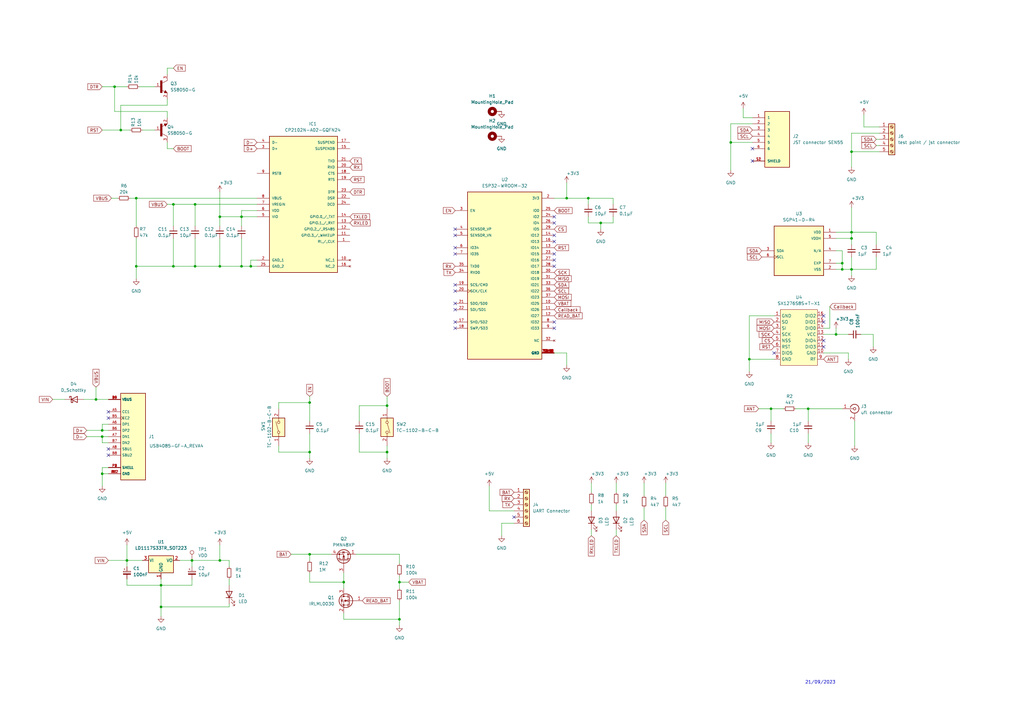
<source format=kicad_sch>
(kicad_sch (version 20230121) (generator eeschema)
  (paper "A3")
  (lib_symbols
    (symbol "Connector:Conn_Coaxial" (pin_names (offset 1.016) hide)
      (property "Reference" "J" (at 0.254 3.048 0))
      (property "Value" "Conn_Coaxial" (at 2.921 0 90))
      (symbol "Conn_Coaxial_1_1"
        (pin passive line (at -5.08 0 0) (length 2.54) (name "In") (number "1"))
        (pin passive line (at 0 -5.08 90) (length 2.54) (name "Ext") (number "2"))
      )
    )
    (symbol "Connector:Screw_Terminal_01x05" (pin_names (offset 1.016) hide)
      (property "Reference" "J" (at 0 7.62 0))
      (property "Value" "Screw_Terminal_01x05" (at 0 -7.62 0))
      (symbol "Screw_Terminal_01x05_1_1"
        (pin passive line (at -5.08 5.08 0) (length 3.81) (name "Pin_1") (number "1"))
        (pin passive line (at -5.08 2.54 0) (length 3.81) (name "Pin_2") (number "2"))
        (pin passive line (at -5.08 0 0) (length 3.81) (name "Pin_3") (number "3"))
        (pin passive line (at -5.08 -2.54 0) (length 3.81) (name "Pin_4") (number "4"))
        (pin passive line (at -5.08 -5.08 0) (length 3.81) (name "Pin_5") (number "5"))
      )
    )
    (symbol "Connector:Screw_Terminal_01x06" (pin_names (offset 1.016) hide)
      (property "Reference" "J" (at 0 7.62 0))
      (property "Value" "Screw_Terminal_01x06" (at 0 -10.16 0))
      (symbol "Screw_Terminal_01x06_1_1"
        (pin passive line (at -5.08 5.08 0) (length 3.81) (name "Pin_1") (number "1"))
        (pin passive line (at -5.08 2.54 0) (length 3.81) (name "Pin_2") (number "2"))
        (pin passive line (at -5.08 0 0) (length 3.81) (name "Pin_3") (number "3"))
        (pin passive line (at -5.08 -2.54 0) (length 3.81) (name "Pin_4") (number "4"))
        (pin passive line (at -5.08 -5.08 0) (length 3.81) (name "Pin_5") (number "5"))
        (pin passive line (at -5.08 -7.62 0) (length 3.81) (name "Pin_6") (number "6"))
      )
    )
    (symbol "Connector:TestPoint" (pin_numbers hide) (pin_names (offset 0.762) hide)
      (property "Reference" "TP" (at 0 6.858 0))
      (property "Value" "TestPoint" (at 0 5.08 0))
      (symbol "TestPoint_1_1"
        (pin passive line (at 0 0 90) (length 2.54) (name "1") (number "1"))
      )
    )
    (symbol "Device:C_Polarized_Small" (pin_numbers hide) (pin_names (offset 0.254) hide)
      (property "Reference" "C" (at 0.254 1.778 0))
      (property "Value" "C_Polarized_Small" (at 0.254 -2.032 0))
      (symbol "C_Polarized_Small_1_1"
        (pin passive line (at 0 2.54 270) (length 1.8542) (name "~") (number "1"))
        (pin passive line (at 0 -2.54 90) (length 1.8542) (name "~") (number "2"))
      )
    )
    (symbol "Device:C_Small" (pin_numbers hide) (pin_names (offset 0.254) hide)
      (property "Reference" "C" (at 0.254 1.778 0))
      (property "Value" "C_Small" (at 0.254 -2.032 0))
      (symbol "C_Small_1_1"
        (pin passive line (at 0 2.54 270) (length 2.032) (name "~") (number "1"))
        (pin passive line (at 0 -2.54 90) (length 2.032) (name "~") (number "2"))
      )
    )
    (symbol "Device:D_Schottky" (pin_numbers hide) (pin_names (offset 1.016) hide)
      (property "Reference" "D" (at 0 2.54 0))
      (property "Value" "D_Schottky" (at 0 -2.54 0))
      (symbol "D_Schottky_1_1"
        (pin passive line (at -3.81 0 0) (length 2.54) (name "K") (number "1"))
        (pin passive line (at 3.81 0 180) (length 2.54) (name "A") (number "2"))
      )
    )
    (symbol "Device:LED" (pin_numbers hide) (pin_names (offset 1.016) hide)
      (property "Reference" "D" (at 0 2.54 0))
      (property "Value" "LED" (at 0 -2.54 0))
      (symbol "LED_1_1"
        (pin passive line (at -3.81 0 0) (length 2.54) (name "K") (number "1"))
        (pin passive line (at 3.81 0 180) (length 2.54) (name "A") (number "2"))
      )
    )
    (symbol "Device:R_Small" (pin_numbers hide) (pin_names (offset 0.254) hide)
      (property "Reference" "R" (at 0.762 0.508 0))
      (property "Value" "R_Small" (at 0.762 -1.016 0))
      (symbol "R_Small_1_1"
        (pin passive line (at 0 2.54 270) (length 0.762) (name "~") (number "1"))
        (pin passive line (at 0 -2.54 90) (length 0.762) (name "~") (number "2"))
      )
    )
    (symbol "ESP32-aqs:BM06B-GHS-TBT_LF__SN__N_" (pin_names (offset 1.016))
      (property "Reference" "J" (at -5.08 10.16 0))
      (property "Value" "BM06B-GHS-TBT_LF__SN__N_" (at -5.08 -15.24 0))
      (symbol "BM06B-GHS-TBT_LF__SN__N__0_0"
        (pin passive line (at -10.16 7.62 0) (length 5.08) (name "1") (number "1"))
        (pin passive line (at -10.16 5.08 0) (length 5.08) (name "2") (number "2"))
        (pin passive line (at -10.16 2.54 0) (length 5.08) (name "3") (number "3"))
        (pin passive line (at -10.16 0 0) (length 5.08) (name "4") (number "4"))
        (pin passive line (at -10.16 -2.54 0) (length 5.08) (name "5") (number "5"))
        (pin passive line (at -10.16 -5.08 0) (length 5.08) (name "6") (number "6"))
        (pin passive line (at -10.16 -10.16 0) (length 5.08) (name "SHIELD") (number "S1"))
        (pin passive line (at -10.16 -10.16 0) (length 5.08) (name "SHIELD") (number "S2"))
      )
    )
    (symbol "ESP32-aqs:CP2102N-A02-GQFN24" (pin_names (offset 1.016))
      (property "Reference" "IC1" (at 0 30.48 0))
      (property "Value" "CP2102N-A02-GQFN24" (at 0 27.94 0))
      (symbol "CP2102N-A02-GQFN24_0_0"
        (pin bidirectional line (at 15.24 -17.78 180) (length 5.08) (name "RI_/_CLK") (number "1"))
        (pin no_connect line (at 15.24 -25.4 180) (length 5.08) (name "NC_1") (number "10"))
        (pin bidirectional line (at 15.24 -15.24 180) (length 5.08) (name "GPIO.3_/_WAKEUP") (number "11"))
        (pin bidirectional line (at 15.24 -12.7 180) (length 5.08) (name "GPIO.2_/_RS485") (number "12"))
        (pin bidirectional line (at 15.24 -10.16 180) (length 5.08) (name "GPIO.1_/_RXT") (number "13"))
        (pin bidirectional line (at 15.24 -7.62 180) (length 5.08) (name "GPIO.0_/_TXT") (number "14"))
        (pin output line (at 15.24 20.32 180) (length 5.08) (name "SUSPENDB") (number "15"))
        (pin no_connect line (at 15.24 -27.94 180) (length 5.08) (name "NC_2") (number "16"))
        (pin output line (at 15.24 22.86 180) (length 5.08) (name "SUSPEND") (number "17"))
        (pin bidirectional line (at 15.24 10.16 180) (length 5.08) (name "CTS") (number "18"))
        (pin output line (at 15.24 7.62 180) (length 5.08) (name "RTS") (number "19"))
        (pin power_in line (at -22.86 -25.4 0) (length 5.08) (name "GND_1") (number "2"))
        (pin input line (at 15.24 12.7 180) (length 5.08) (name "RXD") (number "20"))
        (pin output line (at 15.24 15.24 180) (length 5.08) (name "TXD") (number "21"))
        (pin bidirectional line (at 15.24 0 180) (length 5.08) (name "DSR") (number "22"))
        (pin bidirectional line (at 15.24 2.54 180) (length 5.08) (name "DTR") (number "23"))
        (pin bidirectional line (at 15.24 -2.54 180) (length 5.08) (name "DCD") (number "24"))
        (pin power_in line (at -22.86 -27.94 0) (length 5.08) (name "GND_2") (number "25"))
        (pin bidirectional line (at -22.86 20.32 0) (length 5.08) (name "D+") (number "3"))
        (pin bidirectional line (at -22.86 22.86 0) (length 5.08) (name "D-") (number "4"))
        (pin power_in line (at -22.86 -7.62 0) (length 5.08) (name "VIO") (number "5"))
        (pin power_in line (at -22.86 -5.08 0) (length 5.08) (name "VDD") (number "6"))
        (pin power_in line (at -22.86 -2.54 0) (length 5.08) (name "VREGIN") (number "7"))
        (pin power_in line (at -22.86 0 0) (length 5.08) (name "VBUS") (number "8"))
        (pin bidirectional line (at -22.86 10.16 0) (length 5.08) (name "RSTB") (number "9"))
      )
    )
    (symbol "ESP32-aqs:ESP32-WROOM-32" (pin_names (offset 1.016))
      (property "Reference" "U" (at -15.0359 36.6745 0))
      (property "Value" "ESP32-WROOM-32" (at -15.2867 -35.6681 0))
      (symbol "ESP32-WROOM-32_0_0"
        (pin power_in line (at 20.32 -30.48 180) (length 5.08) (name "GND") (number "1"))
        (pin bidirectional line (at 20.32 -10.16 180) (length 5.08) (name "IO25") (number "10"))
        (pin bidirectional line (at 20.32 -12.7 180) (length 5.08) (name "IO26") (number "11"))
        (pin bidirectional line (at 20.32 -15.24 180) (length 5.08) (name "IO27") (number "12"))
        (pin bidirectional line (at 20.32 12.7 180) (length 5.08) (name "IO14") (number "13"))
        (pin bidirectional line (at 20.32 17.78 180) (length 5.08) (name "IO12") (number "14"))
        (pin power_in line (at 20.32 -30.48 180) (length 5.08) (name "GND") (number "15"))
        (pin bidirectional line (at 20.32 15.24 180) (length 5.08) (name "IO13") (number "16"))
        (pin bidirectional line (at -20.32 -17.78 0) (length 5.08) (name "SHD/SD2") (number "17"))
        (pin bidirectional line (at -20.32 -20.32 0) (length 5.08) (name "SWP/SD3") (number "18"))
        (pin bidirectional line (at -20.32 -2.54 0) (length 5.08) (name "SCS/CMD") (number "19"))
        (pin power_in line (at 20.32 33.02 180) (length 5.08) (name "3V3") (number "2"))
        (pin bidirectional clock (at -20.32 -5.08 0) (length 5.08) (name "SCK/CLK") (number "20"))
        (pin bidirectional line (at -20.32 -10.16 0) (length 5.08) (name "SDO/SD0") (number "21"))
        (pin bidirectional line (at -20.32 -12.7 0) (length 5.08) (name "SDI/SD1") (number "22"))
        (pin bidirectional line (at 20.32 10.16 180) (length 5.08) (name "IO15") (number "23"))
        (pin bidirectional line (at 20.32 25.4 180) (length 5.08) (name "IO2") (number "24"))
        (pin bidirectional line (at 20.32 27.94 180) (length 5.08) (name "IO0") (number "25"))
        (pin bidirectional line (at 20.32 22.86 180) (length 5.08) (name "IO4") (number "26"))
        (pin bidirectional line (at 20.32 7.62 180) (length 5.08) (name "IO16") (number "27"))
        (pin bidirectional line (at 20.32 5.08 180) (length 5.08) (name "IO17") (number "28"))
        (pin bidirectional line (at 20.32 20.32 180) (length 5.08) (name "IO5") (number "29"))
        (pin input line (at -20.32 27.94 0) (length 5.08) (name "EN") (number "3"))
        (pin bidirectional line (at 20.32 2.54 180) (length 5.08) (name "IO18") (number "30"))
        (pin bidirectional line (at 20.32 0 180) (length 5.08) (name "IO19") (number "31"))
        (pin no_connect line (at 20.32 -25.4 180) (length 5.08) (name "NC") (number "32"))
        (pin bidirectional line (at 20.32 -2.54 180) (length 5.08) (name "IO21") (number "33"))
        (pin bidirectional line (at -20.32 2.54 0) (length 5.08) (name "RXD0") (number "34"))
        (pin bidirectional line (at -20.32 5.08 0) (length 5.08) (name "TXD0") (number "35"))
        (pin bidirectional line (at 20.32 -5.08 180) (length 5.08) (name "IO22") (number "36"))
        (pin bidirectional line (at 20.32 -7.62 180) (length 5.08) (name "IO23") (number "37"))
        (pin power_in line (at 20.32 -30.48 180) (length 5.08) (name "GND") (number "38"))
        (pin power_in line (at 20.32 -30.48 180) (length 5.08) (name "GND") (number "39_1"))
        (pin power_in line (at 20.32 -30.48 180) (length 5.08) (name "GND") (number "39_10"))
        (pin power_in line (at 20.32 -30.48 180) (length 5.08) (name "GND") (number "39_11"))
        (pin power_in line (at 20.32 -30.48 180) (length 5.08) (name "GND") (number "39_12"))
        (pin power_in line (at 20.32 -30.48 180) (length 5.08) (name "GND") (number "39_13"))
        (pin power_in line (at 20.32 -30.48 180) (length 5.08) (name "GND") (number "39_14"))
        (pin power_in line (at 20.32 -30.48 180) (length 5.08) (name "GND") (number "39_15"))
        (pin power_in line (at 20.32 -30.48 180) (length 5.08) (name "GND") (number "39_16"))
        (pin power_in line (at 20.32 -30.48 180) (length 5.08) (name "GND") (number "39_17"))
        (pin power_in line (at 20.32 -30.48 180) (length 5.08) (name "GND") (number "39_18"))
        (pin power_in line (at 20.32 -30.48 180) (length 5.08) (name "GND") (number "39_19"))
        (pin power_in line (at 20.32 -30.48 180) (length 5.08) (name "GND") (number "39_2"))
        (pin power_in line (at 20.32 -30.48 180) (length 5.08) (name "GND") (number "39_20"))
        (pin power_in line (at 20.32 -30.48 180) (length 5.08) (name "GND") (number "39_21"))
        (pin power_in line (at 20.32 -30.48 180) (length 5.08) (name "GND") (number "39_3"))
        (pin power_in line (at 20.32 -30.48 180) (length 5.08) (name "GND") (number "39_4"))
        (pin power_in line (at 20.32 -30.48 180) (length 5.08) (name "GND") (number "39_5"))
        (pin power_in line (at 20.32 -30.48 180) (length 5.08) (name "GND") (number "39_6"))
        (pin power_in line (at 20.32 -30.48 180) (length 5.08) (name "GND") (number "39_7"))
        (pin power_in line (at 20.32 -30.48 180) (length 5.08) (name "GND") (number "39_8"))
        (pin power_in line (at 20.32 -30.48 180) (length 5.08) (name "GND") (number "39_9"))
        (pin input line (at -20.32 20.32 0) (length 5.08) (name "SENSOR_VP") (number "4"))
        (pin input line (at -20.32 17.78 0) (length 5.08) (name "SENSOR_VN") (number "5"))
        (pin input line (at -20.32 12.7 0) (length 5.08) (name "IO34") (number "6"))
        (pin input line (at -20.32 10.16 0) (length 5.08) (name "IO35") (number "7"))
        (pin bidirectional line (at 20.32 -17.78 180) (length 5.08) (name "IO32") (number "8"))
        (pin bidirectional line (at 20.32 -20.32 180) (length 5.08) (name "IO33") (number "9"))
      )
    )
    (symbol "ESP32-aqs:SGP41-D-R4" (pin_names (offset 1.016))
      (property "Reference" "U" (at -10.16 10.922 0))
      (property "Value" "SGP41-D-R4" (at -10.16 -10.922 0))
      (symbol "SGP41-D-R4_0_0"
        (pin power_in line (at 15.24 7.62 180) (length 5.08) (name "VDD") (number "1"))
        (pin power_in line (at 15.24 -7.62 180) (length 5.08) (name "VSS") (number "2"))
        (pin bidirectional line (at -15.24 0 0) (length 5.08) (name "SDA") (number "3"))
        (pin passive line (at 15.24 0 180) (length 5.08) (name "N/A") (number "4"))
        (pin power_in line (at 15.24 5.08 180) (length 5.08) (name "VDDH") (number "5"))
        (pin bidirectional clock (at -15.24 -2.54 0) (length 5.08) (name "SCL") (number "6"))
        (pin power_in line (at 15.24 -5.08 180) (length 5.08) (name "EXP") (number "7"))
      )
    )
    (symbol "ESP32-aqs:SS8050-G" (pin_names (offset 1.016))
      (property "Reference" "Q" (at -10.16 7.62 0))
      (property "Value" "SS8050-G" (at -10.16 -7.62 0))
      (symbol "SS8050-G_0_0"
        (pin passive line (at -2.54 0 0) (length 2.54) (name "~") (number "1"))
        (pin passive line (at 2.54 -5.08 90) (length 2.54) (name "~") (number "2"))
        (pin passive line (at 2.54 5.08 270) (length 2.54) (name "~") (number "3"))
      )
    )
    (symbol "ESP32-aqs:SX1276S8S+T-X1"
      (property "Reference" "U" (at -1.27 13.97 0))
      (property "Value" "SX1276S8S+T-X1" (at 0 11.43 0))
      (symbol "SX1276S8S+T-X1_1_1"
        (pin input line (at -10.16 7.62 0) (length 2.54) (name "GND") (number "1"))
        (pin input line (at 10.16 -7.62 180) (length 2.54) (name "GND") (number "10"))
        (pin input line (at 10.16 -5.08 180) (length 2.54) (name "DIO3") (number "11"))
        (pin input line (at 10.16 -2.54 180) (length 2.54) (name "DIO4") (number "12"))
        (pin input line (at 10.16 0 180) (length 2.54) (name "VCC") (number "13"))
        (pin input line (at 10.16 2.54 180) (length 2.54) (name "DIO0") (number "14"))
        (pin input line (at 10.16 5.08 180) (length 2.54) (name "DIO1") (number "15"))
        (pin input line (at 10.16 7.62 180) (length 2.54) (name "DIO2") (number "16"))
        (pin input line (at -10.16 5.08 0) (length 2.54) (name "SO") (number "2"))
        (pin input line (at -10.16 2.54 0) (length 2.54) (name "SI") (number "3"))
        (pin input line (at -10.16 0 0) (length 2.54) (name "SCK") (number "4"))
        (pin input line (at -10.16 -2.54 0) (length 2.54) (name "NSS") (number "5"))
        (pin input line (at -10.16 -5.08 0) (length 2.54) (name "RST") (number "6"))
        (pin input line (at -10.16 -7.62 0) (length 2.54) (name "DIO5") (number "7"))
        (pin input line (at -10.16 -10.16 0) (length 2.54) (name "GND") (number "8"))
        (pin input line (at 10.16 -10.16 180) (length 2.54) (name "RF") (number "9"))
      )
    )
    (symbol "ESP32-aqs:USB-C_Connector"
      (property "Reference" "J" (at 3.81 17.78 0))
      (property "Value" "USB4085-GF-A_REVA4" (at 11.43 15.24 0))
      (symbol "USB-C_Connector_0_0"
        (pin passive line (at -8.89 -20.32 0) (length 5.08) (name "GND") (number "A1"))
        (pin passive line (at -8.89 -20.32 0) (length 5.08) (name "GND") (number "A12"))
        (pin power_in line (at -8.89 10.16 0) (length 5.08) (name "VBUS") (number "A4"))
        (pin bidirectional line (at -8.89 5.08 0) (length 5.08) (name "CC1") (number "A5"))
        (pin bidirectional line (at -8.89 0 0) (length 5.08) (name "DP1") (number "A6"))
        (pin bidirectional line (at -8.89 -5.08 0) (length 5.08) (name "DN1") (number "A7"))
        (pin bidirectional line (at -8.89 -10.16 0) (length 5.08) (name "SBU1") (number "A8"))
        (pin power_in line (at -8.89 10.16 0) (length 5.08) (name "VBUS") (number "A9"))
        (pin passive line (at -8.89 -20.32 0) (length 5.08) (name "GND") (number "B1"))
        (pin passive line (at -8.89 -20.32 0) (length 5.08) (name "GND") (number "B12"))
        (pin power_in line (at -8.89 10.16 0) (length 5.08) (name "VBUS") (number "B4"))
        (pin bidirectional clock (at -8.89 2.54 0) (length 5.08) (name "CC2") (number "B5"))
        (pin bidirectional line (at -8.89 -2.54 0) (length 5.08) (name "DP2") (number "B6"))
        (pin bidirectional line (at -8.89 -7.62 0) (length 5.08) (name "DN2") (number "B7"))
        (pin bidirectional line (at -8.89 -12.7 0) (length 5.08) (name "SBU2") (number "B8"))
        (pin power_in line (at -8.89 10.16 0) (length 5.08) (name "VBUS") (number "B9"))
        (pin passive line (at -8.89 -17.78 0) (length 5.08) (name "SHELL") (number "P1"))
        (pin passive line (at -8.89 -17.78 0) (length 5.08) (name "SHELL") (number "P2"))
        (pin passive line (at -8.89 -17.78 0) (length 5.08) (name "SHELL") (number "P3"))
        (pin passive line (at -8.89 -17.78 0) (length 5.08) (name "SHELL") (number "P4"))
      )
    )
    (symbol "LUYTSM:LD1117S33TR_SOT223" (pin_names (offset 0.254))
      (property "Reference" "U1" (at 0 7.62 0))
      (property "Value" "LD1117S33TR_SOT223" (at 0 5.08 0))
      (symbol "LD1117S33TR_SOT223_1_1"
        (pin power_in line (at 0 -7.62 90) (length 2.54) (name "GND") (number "1"))
        (pin power_out line (at 7.62 0 180) (length 2.54) (name "VO") (number "2"))
        (pin power_in line (at -7.62 0 0) (length 2.54) (name "VI") (number "3"))
      )
    )
    (symbol "Mechanical:MountingHole_Pad" (pin_numbers hide) (pin_names (offset 1.016) hide)
      (property "Reference" "H" (at 0 6.35 0))
      (property "Value" "MountingHole_Pad" (at 0 4.445 0))
      (symbol "MountingHole_Pad_1_1"
        (pin input line (at 0 -2.54 90) (length 2.54) (name "1") (number "1"))
      )
    )
    (symbol "Switch:SW_DIP_x01" (pin_names (offset 0) hide)
      (property "Reference" "SW" (at 0 3.81 0))
      (property "Value" "SW_DIP_x01" (at 0 -3.81 0))
      (symbol "SW_DIP_x01_1_1"
        (pin passive line (at -7.62 0 0) (length 5.08) (name "~") (number "1"))
        (pin passive line (at 7.62 0 180) (length 5.08) (name "~") (number "2"))
      )
    )
    (symbol "Transistor_FET:IRLML0030" (pin_names hide)
      (property "Reference" "Q" (at 5.08 1.905 0))
      (property "Value" "IRLML0030" (at 5.08 0 0))
      (symbol "IRLML0030_1_1"
        (pin input line (at -5.08 0 0) (length 2.54) (name "G") (number "1"))
        (pin passive line (at 2.54 -5.08 90) (length 2.54) (name "S") (number "2"))
        (pin passive line (at 2.54 5.08 270) (length 2.54) (name "D") (number "3"))
      )
    )
    (symbol "Transistor_FET:PMN48XP" (pin_names hide)
      (property "Reference" "Q" (at 5.08 2.54 0))
      (property "Value" "PMN48XP" (at 5.08 0 0))
      (symbol "PMN48XP_1_1"
        (pin passive line (at 2.54 5.08 270) (length 2.54) (name "D") (number "1"))
        (pin passive line (at 2.54 5.08 270) (length 2.54) hide (name "D") (number "2"))
        (pin passive line (at -5.08 0 0) (length 2.54) (name "G") (number "3"))
        (pin passive line (at 2.54 -5.08 90) (length 2.54) (name "S") (number "4"))
        (pin passive line (at 2.54 5.08 270) (length 2.54) hide (name "D") (number "5"))
        (pin passive line (at 2.54 5.08 270) (length 2.54) hide (name "D") (number "6"))
      )
    )
    (symbol "power:+3.3V" (power) (pin_names (offset 0))
      (property "Value" "+3.3V" (at 0 3.556 0))
      (symbol "+3.3V_1_1"
        (pin power_in line (at 0 0 90) (length 0) hide (name "+3V3") (number "1"))
      )
    )
    (symbol "power:+3V3" (power) (pin_names (offset 0))
      (property "Value" "+3V3" (at 0 3.556 0))
      (symbol "+3V3_1_1"
        (pin power_in line (at 0 0 90) (length 0) hide (name "+3V3") (number "1"))
      )
    )
    (symbol "power:+5V" (power) (pin_names (offset 0))
      (property "Value" "+5V" (at 0 3.556 0))
      (symbol "+5V_1_1"
        (pin power_in line (at 0 0 90) (length 0) hide (name "+5V") (number "1"))
      )
    )
    (symbol "power:GND" (power) (pin_names (offset 0))
      (property "Value" "GND" (at 0 -3.81 0))
      (symbol "GND_1_1"
        (pin power_in line (at 0 0 270) (length 0) hide (name "GND") (number "1"))
      )
    )
  )
  (junction (at 90.17 229.87))
  (junction (at 127 165.1))
  (junction (at 55.88 109.22))
  (junction (at 80.01 109.22))
  (junction (at 41.91 179.07))
  (junction (at 331.47 167.64))
  (junction (at 41.91 176.53))
  (junction (at 345.44 110.49))
  (junction (at 78.74 229.87))
  (junction (at 246.38 91.44))
  (junction (at 66.04 240.03))
  (junction (at 66.04 248.92))
  (junction (at 316.23 167.64))
  (junction (at 140.97 238.76))
  (junction (at 39.37 163.83))
  (junction (at 342.9 137.16))
  (junction (at 90.17 109.22))
  (junction (at 158.75 185.42))
  (junction (at 90.17 88.9))
  (junction (at 55.88 81.28))
  (junction (at 52.07 229.87))
  (junction (at 349.25 110.49))
  (junction (at 241.3 81.28))
  (junction (at 49.53 53.34))
  (junction (at 99.06 88.9))
  (junction (at 349.25 95.25))
  (junction (at 307.34 147.32))
  (junction (at 349.25 97.79))
  (junction (at 345.44 107.95))
  (junction (at 71.12 109.22))
  (junction (at 163.83 254))
  (junction (at 99.06 109.22))
  (junction (at 127 227.33))
  (junction (at 232.41 81.28))
  (junction (at 41.91 194.31))
  (junction (at 158.75 166.37))
  (junction (at 46.99 35.56))
  (junction (at 127 185.42))
  (junction (at 71.12 83.82))
  (junction (at 80.01 83.82))
  (junction (at 163.83 238.76))
  (junction (at 299.72 58.42))
  (junction (at 102.87 109.22))
  (junction (at 349.25 62.23))
  (no_connect (at 186.69 127))
  (no_connect (at 308.61 60.96))
  (no_connect (at 44.45 171.45))
  (no_connect (at 227.33 88.9))
  (no_connect (at 186.69 119.38))
  (no_connect (at 186.69 134.62))
  (no_connect (at 337.82 142.24))
  (no_connect (at 44.45 184.15))
  (no_connect (at 227.33 104.14))
  (no_connect (at 227.33 109.22))
  (no_connect (at 210.82 212.09))
  (no_connect (at 186.69 104.14))
  (no_connect (at 337.82 139.7))
  (no_connect (at 186.69 93.98))
  (no_connect (at 44.45 168.91))
  (no_connect (at 227.33 106.68))
  (no_connect (at 44.45 186.69))
  (no_connect (at 186.69 124.46))
  (no_connect (at 227.33 132.08))
  (no_connect (at 337.82 129.54))
  (no_connect (at 186.69 116.84))
  (no_connect (at 227.33 91.44))
  (no_connect (at 186.69 132.08))
  (no_connect (at 227.33 99.06))
  (no_connect (at 227.33 134.62))
  (no_connect (at 186.69 96.52))
  (no_connect (at 227.33 96.52))
  (no_connect (at 317.5 144.78))
  (no_connect (at 186.69 101.6))
  (no_connect (at 337.82 132.08))
  (no_connect (at 308.61 66.04))
  (wire (pts (xy 80.01 97.79) (xy 80.01 109.22)))
  (wire (pts (xy 93.98 248.92) (xy 66.04 248.92)))
  (wire (pts (xy 66.04 240.03) (xy 66.04 237.49)))
  (wire (pts (xy 358.14 137.16) (xy 353.06 137.16)))
  (wire (pts (xy 147.32 177.8) (xy 147.32 185.42)))
  (wire (pts (xy 342.9 107.95) (xy 345.44 107.95)))
  (wire (pts (xy 241.3 88.9) (xy 241.3 91.44)))
  (wire (pts (xy 316.23 177.8) (xy 316.23 181.61)))
  (wire (pts (xy 44.45 181.61) (xy 41.91 181.61)))
  (wire (pts (xy 99.06 97.79) (xy 99.06 109.22)))
  (wire (pts (xy 71.12 109.22) (xy 80.01 109.22)))
  (wire (pts (xy 147.32 172.72) (xy 147.32 166.37)))
  (wire (pts (xy 349.25 62.23) (xy 360.68 62.23)))
  (wire (pts (xy 299.72 58.42) (xy 299.72 69.85)))
  (wire (pts (xy 163.83 227.33) (xy 163.83 231.14)))
  (wire (pts (xy 93.98 247.65) (xy 93.98 248.92)))
  (wire (pts (xy 354.33 52.07) (xy 360.68 52.07)))
  (wire (pts (xy 55.88 81.28) (xy 55.88 92.71)))
  (wire (pts (xy 337.82 137.16) (xy 342.9 137.16)))
  (wire (pts (xy 41.91 53.34) (xy 49.53 53.34)))
  (wire (pts (xy 349.25 100.33) (xy 349.25 97.79)))
  (wire (pts (xy 127 162.56) (xy 127 165.1)))
  (wire (pts (xy 41.91 194.31) (xy 41.91 199.39)))
  (wire (pts (xy 273.05 208.28) (xy 273.05 213.36)))
  (wire (pts (xy 55.88 97.79) (xy 55.88 109.22)))
  (wire (pts (xy 347.98 144.78) (xy 347.98 147.32)))
  (wire (pts (xy 68.58 43.18) (xy 49.53 43.18)))
  (wire (pts (xy 68.58 83.82) (xy 71.12 83.82)))
  (wire (pts (xy 58.42 53.34) (xy 63.5 53.34)))
  (wire (pts (xy 68.58 27.94) (xy 68.58 30.48)))
  (wire (pts (xy 93.98 229.87) (xy 93.98 232.41)))
  (wire (pts (xy 93.98 229.87) (xy 90.17 229.87)))
  (wire (pts (xy 349.25 85.09) (xy 349.25 95.25)))
  (wire (pts (xy 46.99 35.56) (xy 52.07 35.56)))
  (wire (pts (xy 140.97 251.46) (xy 140.97 254)))
  (wire (pts (xy 119.38 227.33) (xy 127 227.33)))
  (wire (pts (xy 127 234.95) (xy 127 238.76)))
  (wire (pts (xy 349.25 95.25) (xy 359.41 95.25)))
  (wire (pts (xy 93.98 237.49) (xy 93.98 240.03)))
  (wire (pts (xy 232.41 144.78) (xy 232.41 149.86)))
  (wire (pts (xy 340.36 125.73) (xy 340.36 134.62)))
  (wire (pts (xy 44.45 173.99) (xy 41.91 173.99)))
  (wire (pts (xy 252.73 207.01) (xy 252.73 209.55)))
  (wire (pts (xy 349.25 110.49) (xy 349.25 113.03)))
  (wire (pts (xy 34.29 163.83) (xy 39.37 163.83)))
  (wire (pts (xy 331.47 167.64) (xy 345.44 167.64)))
  (wire (pts (xy 52.07 240.03) (xy 66.04 240.03)))
  (wire (pts (xy 331.47 177.8) (xy 331.47 181.61)))
  (wire (pts (xy 246.38 91.44) (xy 246.38 93.98)))
  (wire (pts (xy 68.58 60.96) (xy 71.12 60.96)))
  (wire (pts (xy 105.41 88.9) (xy 99.06 88.9)))
  (wire (pts (xy 349.25 95.25) (xy 349.25 97.79)))
  (wire (pts (xy 210.82 209.55) (xy 200.66 209.55)))
  (wire (pts (xy 90.17 97.79) (xy 90.17 109.22)))
  (wire (pts (xy 345.44 110.49) (xy 349.25 110.49)))
  (wire (pts (xy 127 185.42) (xy 127 187.96)))
  (wire (pts (xy 307.34 147.32) (xy 317.5 147.32)))
  (wire (pts (xy 349.25 62.23) (xy 349.25 68.58)))
  (wire (pts (xy 140.97 238.76) (xy 140.97 241.3)))
  (wire (pts (xy 35.56 179.07) (xy 41.91 179.07)))
  (wire (pts (xy 41.91 173.99) (xy 41.91 176.53)))
  (wire (pts (xy 114.3 182.88) (xy 114.3 185.42)))
  (wire (pts (xy 41.91 181.61) (xy 41.91 179.07)))
  (wire (pts (xy 264.16 208.28) (xy 264.16 213.36)))
  (wire (pts (xy 41.91 179.07) (xy 44.45 179.07)))
  (wire (pts (xy 251.46 88.9) (xy 251.46 91.44)))
  (wire (pts (xy 308.61 50.8) (xy 299.72 50.8)))
  (wire (pts (xy 35.56 176.53) (xy 41.91 176.53)))
  (wire (pts (xy 140.97 254) (xy 163.83 254)))
  (wire (pts (xy 99.06 109.22) (xy 102.87 109.22)))
  (wire (pts (xy 127 165.1) (xy 127 172.72)))
  (wire (pts (xy 345.44 107.95) (xy 345.44 110.49)))
  (wire (pts (xy 52.07 237.49) (xy 52.07 240.03)))
  (wire (pts (xy 68.58 58.42) (xy 68.58 60.96)))
  (wire (pts (xy 359.41 110.49) (xy 349.25 110.49)))
  (wire (pts (xy 342.9 97.79) (xy 349.25 97.79)))
  (wire (pts (xy 46.99 45.72) (xy 46.99 35.56)))
  (wire (pts (xy 66.04 248.92) (xy 66.04 252.73)))
  (wire (pts (xy 345.44 102.87) (xy 345.44 107.95)))
  (wire (pts (xy 359.41 105.41) (xy 359.41 110.49)))
  (wire (pts (xy 147.32 166.37) (xy 158.75 166.37)))
  (wire (pts (xy 99.06 88.9) (xy 99.06 92.71)))
  (wire (pts (xy 66.04 240.03) (xy 66.04 248.92)))
  (wire (pts (xy 252.73 198.12) (xy 252.73 201.93)))
  (wire (pts (xy 45.72 81.28) (xy 48.26 81.28)))
  (wire (pts (xy 41.91 191.77) (xy 41.91 194.31)))
  (wire (pts (xy 227.33 81.28) (xy 232.41 81.28)))
  (wire (pts (xy 127 177.8) (xy 127 185.42)))
  (wire (pts (xy 251.46 83.82) (xy 251.46 81.28)))
  (wire (pts (xy 241.3 81.28) (xy 251.46 81.28)))
  (wire (pts (xy 114.3 185.42) (xy 127 185.42)))
  (wire (pts (xy 39.37 158.75) (xy 39.37 163.83)))
  (wire (pts (xy 114.3 165.1) (xy 127 165.1)))
  (wire (pts (xy 73.66 229.87) (xy 78.74 229.87)))
  (wire (pts (xy 21.59 163.83) (xy 26.67 163.83)))
  (wire (pts (xy 53.34 81.28) (xy 55.88 81.28)))
  (wire (pts (xy 316.23 167.64) (xy 316.23 172.72)))
  (wire (pts (xy 331.47 167.64) (xy 331.47 172.72)))
  (wire (pts (xy 55.88 114.3) (xy 55.88 109.22)))
  (wire (pts (xy 78.74 240.03) (xy 66.04 240.03)))
  (wire (pts (xy 342.9 102.87) (xy 345.44 102.87)))
  (wire (pts (xy 41.91 194.31) (xy 44.45 194.31)))
  (wire (pts (xy 354.33 46.99) (xy 354.33 52.07)))
  (wire (pts (xy 105.41 86.36) (xy 99.06 86.36)))
  (wire (pts (xy 342.9 95.25) (xy 349.25 95.25)))
  (wire (pts (xy 307.34 129.54) (xy 307.34 147.32)))
  (wire (pts (xy 241.3 83.82) (xy 241.3 81.28)))
  (wire (pts (xy 39.37 163.83) (xy 44.45 163.83)))
  (wire (pts (xy 68.58 45.72) (xy 68.58 48.26)))
  (wire (pts (xy 90.17 109.22) (xy 99.06 109.22)))
  (wire (pts (xy 41.91 176.53) (xy 44.45 176.53)))
  (wire (pts (xy 158.75 166.37) (xy 158.75 167.64)))
  (wire (pts (xy 78.74 229.87) (xy 78.74 232.41)))
  (wire (pts (xy 358.14 137.16) (xy 358.14 142.24)))
  (wire (pts (xy 49.53 53.34) (xy 53.34 53.34)))
  (wire (pts (xy 273.05 198.12) (xy 273.05 203.2)))
  (wire (pts (xy 337.82 144.78) (xy 347.98 144.78)))
  (wire (pts (xy 127 227.33) (xy 127 229.87)))
  (wire (pts (xy 90.17 88.9) (xy 90.17 92.71)))
  (wire (pts (xy 342.9 110.49) (xy 345.44 110.49)))
  (wire (pts (xy 360.68 57.15) (xy 359.41 57.15)))
  (wire (pts (xy 90.17 223.52) (xy 90.17 229.87)))
  (wire (pts (xy 349.25 110.49) (xy 349.25 105.41)))
  (wire (pts (xy 307.34 152.4) (xy 307.34 147.32)))
  (wire (pts (xy 78.74 237.49) (xy 78.74 240.03)))
  (wire (pts (xy 232.41 74.93) (xy 232.41 81.28)))
  (wire (pts (xy 52.07 223.52) (xy 52.07 229.87)))
  (wire (pts (xy 52.07 229.87) (xy 58.42 229.87)))
  (wire (pts (xy 163.83 254) (xy 163.83 256.54)))
  (wire (pts (xy 242.57 219.71) (xy 242.57 217.17)))
  (wire (pts (xy 342.9 137.16) (xy 342.9 134.62)))
  (wire (pts (xy 80.01 83.82) (xy 105.41 83.82)))
  (wire (pts (xy 360.68 54.61) (xy 349.25 54.61)))
  (wire (pts (xy 227.33 144.78) (xy 232.41 144.78)))
  (wire (pts (xy 241.3 91.44) (xy 246.38 91.44)))
  (wire (pts (xy 158.75 162.56) (xy 158.75 166.37)))
  (wire (pts (xy 140.97 238.76) (xy 140.97 234.95)))
  (wire (pts (xy 246.38 91.44) (xy 251.46 91.44)))
  (wire (pts (xy 80.01 83.82) (xy 80.01 92.71)))
  (wire (pts (xy 105.41 106.68) (xy 102.87 106.68)))
  (wire (pts (xy 349.25 54.61) (xy 349.25 62.23)))
  (wire (pts (xy 307.34 129.54) (xy 317.5 129.54)))
  (wire (pts (xy 44.45 191.77) (xy 41.91 191.77)))
  (wire (pts (xy 340.36 134.62) (xy 337.82 134.62)))
  (wire (pts (xy 316.23 167.64) (xy 321.31 167.64)))
  (wire (pts (xy 68.58 45.72) (xy 46.99 45.72)))
  (wire (pts (xy 326.39 167.64) (xy 331.47 167.64)))
  (wire (pts (xy 90.17 78.74) (xy 90.17 88.9)))
  (wire (pts (xy 55.88 81.28) (xy 105.41 81.28)))
  (wire (pts (xy 71.12 97.79) (xy 71.12 109.22)))
  (wire (pts (xy 114.3 167.64) (xy 114.3 165.1)))
  (wire (pts (xy 68.58 40.64) (xy 68.58 43.18)))
  (wire (pts (xy 205.74 214.63) (xy 205.74 219.71)))
  (wire (pts (xy 99.06 86.36) (xy 99.06 88.9)))
  (wire (pts (xy 44.45 229.87) (xy 52.07 229.87)))
  (wire (pts (xy 127 227.33) (xy 135.89 227.33)))
  (wire (pts (xy 163.83 246.38) (xy 163.83 254)))
  (wire (pts (xy 242.57 198.12) (xy 242.57 201.93)))
  (wire (pts (xy 99.06 88.9) (xy 90.17 88.9)))
  (wire (pts (xy 102.87 106.68) (xy 102.87 109.22)))
  (wire (pts (xy 163.83 236.22) (xy 163.83 238.76)))
  (wire (pts (xy 71.12 83.82) (xy 80.01 83.82)))
  (wire (pts (xy 299.72 58.42) (xy 308.61 58.42)))
  (wire (pts (xy 52.07 229.87) (xy 52.07 232.41)))
  (wire (pts (xy 210.82 214.63) (xy 205.74 214.63)))
  (wire (pts (xy 71.12 27.94) (xy 68.58 27.94)))
  (wire (pts (xy 49.53 43.18) (xy 49.53 53.34)))
  (wire (pts (xy 308.61 48.26) (xy 304.8 48.26)))
  (wire (pts (xy 264.16 198.12) (xy 264.16 203.2)))
  (wire (pts (xy 242.57 207.01) (xy 242.57 209.55)))
  (wire (pts (xy 55.88 109.22) (xy 71.12 109.22)))
  (wire (pts (xy 163.83 238.76) (xy 167.64 238.76)))
  (wire (pts (xy 158.75 185.42) (xy 158.75 187.96)))
  (wire (pts (xy 311.15 167.64) (xy 316.23 167.64)))
  (wire (pts (xy 90.17 229.87) (xy 78.74 229.87)))
  (wire (pts (xy 163.83 238.76) (xy 163.83 241.3)))
  (wire (pts (xy 146.05 227.33) (xy 163.83 227.33)))
  (wire (pts (xy 158.75 182.88) (xy 158.75 185.42)))
  (wire (pts (xy 359.41 100.33) (xy 359.41 95.25)))
  (wire (pts (xy 80.01 109.22) (xy 90.17 109.22)))
  (wire (pts (xy 360.68 59.69) (xy 359.41 59.69)))
  (wire (pts (xy 304.8 48.26) (xy 304.8 44.45)))
  (wire (pts (xy 57.15 35.56) (xy 63.5 35.56)))
  (wire (pts (xy 200.66 209.55) (xy 200.66 199.39)))
  (wire (pts (xy 342.9 137.16) (xy 347.98 137.16)))
  (wire (pts (xy 350.52 172.72) (xy 350.52 182.88)))
  (wire (pts (xy 41.91 35.56) (xy 46.99 35.56)))
  (wire (pts (xy 127 238.76) (xy 140.97 238.76)))
  (wire (pts (xy 299.72 50.8) (xy 299.72 58.42)))
  (wire (pts (xy 71.12 92.71) (xy 71.12 83.82)))
  (wire (pts (xy 252.73 219.71) (xy 252.73 217.17)))
  (wire (pts (xy 241.3 81.28) (xy 232.41 81.28)))
  (wire (pts (xy 102.87 109.22) (xy 105.41 109.22)))
  (wire (pts (xy 147.32 185.42) (xy 158.75 185.42)))
  (text "21/09/2023" (at 330.2 280.67 0) (effects (font (size 1.27 1.27)) (justify left bottom)))
  (global_label "MOSI" (shape input) (at 227.33 121.92 0) (property "Intersheetrefs" "${INTERSHEET_REFS}" (effects hide)))
  (global_label "SDA" (shape input) (at 264.16 213.36 270) (property "Intersheetrefs" "${INTERSHEET_REFS}" (effects hide)))
  (global_label "TX" (shape input) (at 210.82 207.01 180) (property "Intersheetrefs" "${INTERSHEET_REFS}" (effects hide)))
  (global_label "VBUS" (shape input) (at 68.58 83.82 180) (property "Intersheetrefs" "${INTERSHEET_REFS}" (effects hide)))
  (global_label "RST" (shape input) (at 41.91 53.34 180) (property "Intersheetrefs" "${INTERSHEET_REFS}" (effects hide)))
  (global_label "TXLED" (shape input) (at 143.51 88.9 0) (property "Intersheetrefs" "${INTERSHEET_REFS}" (effects hide)))
  (global_label "VBAT" (shape input) (at 227.33 124.46 0) (property "Intersheetrefs" "${INTERSHEET_REFS}" (effects hide)))
  (global_label "D+" (shape input) (at 35.56 176.53 180) (property "Intersheetrefs" "${INTERSHEET_REFS}" (effects hide)))
  (global_label "BAT" (shape input) (at 210.82 201.93 180) (property "Intersheetrefs" "${INTERSHEET_REFS}" (effects hide)))
  (global_label "EN" (shape input) (at 127 162.56 90) (property "Intersheetrefs" "${INTERSHEET_REFS}" (effects hide)))
  (global_label "READ_BAT" (shape input) (at 148.59 246.38 0) (property "Intersheetrefs" "${INTERSHEET_REFS}" (effects hide)))
  (global_label "RST" (shape input) (at 143.51 73.66 0) (property "Intersheetrefs" "${INTERSHEET_REFS}" (effects hide)))
  (global_label "BAT" (shape input) (at 119.38 227.33 180) (property "Intersheetrefs" "${INTERSHEET_REFS}" (effects hide)))
  (global_label "BOOT" (shape input) (at 227.33 86.36 0) (property "Intersheetrefs" "${INTERSHEET_REFS}" (effects hide)))
  (global_label "SCL" (shape input) (at 359.41 59.69 180) (property "Intersheetrefs" "${INTERSHEET_REFS}" (effects hide)))
  (global_label "ANT" (shape input) (at 337.82 147.32 0) (property "Intersheetrefs" "${INTERSHEET_REFS}" (effects hide)))
  (global_label "EN" (shape input) (at 71.12 27.94 0) (property "Intersheetrefs" "${INTERSHEET_REFS}" (effects hide)))
  (global_label "VIN" (shape input) (at 21.59 163.83 180) (property "Intersheetrefs" "${INTERSHEET_REFS}" (effects hide)))
  (global_label "BOOT" (shape input) (at 71.12 60.96 0) (property "Intersheetrefs" "${INTERSHEET_REFS}" (effects hide)))
  (global_label "RST" (shape input) (at 317.5 142.24 180) (property "Intersheetrefs" "${INTERSHEET_REFS}" (effects hide)))
  (global_label "MISO" (shape input) (at 227.33 114.3 0) (property "Intersheetrefs" "${INTERSHEET_REFS}" (effects hide)))
  (global_label "SCL" (shape input) (at 312.42 105.41 180) (property "Intersheetrefs" "${INTERSHEET_REFS}" (effects hide)))
  (global_label "D-" (shape input) (at 105.41 58.42 180) (property "Intersheetrefs" "${INTERSHEET_REFS}" (effects hide)))
  (global_label "DTR" (shape input) (at 143.51 78.74 0) (property "Intersheetrefs" "${INTERSHEET_REFS}" (effects hide)))
  (global_label "VBAT" (shape input) (at 167.64 238.76 0) (property "Intersheetrefs" "${INTERSHEET_REFS}" (effects hide)))
  (global_label "RX" (shape input) (at 186.69 109.22 180) (property "Intersheetrefs" "${INTERSHEET_REFS}" (effects hide)))
  (global_label "SDA" (shape input) (at 227.33 116.84 0) (property "Intersheetrefs" "${INTERSHEET_REFS}" (effects hide)))
  (global_label "D+" (shape input) (at 105.41 60.96 180) (property "Intersheetrefs" "${INTERSHEET_REFS}" (effects hide)))
  (global_label "RXLED" (shape input) (at 143.51 91.44 0) (property "Intersheetrefs" "${INTERSHEET_REFS}" (effects hide)))
  (global_label "CS" (shape input) (at 227.33 93.98 0) (property "Intersheetrefs" "${INTERSHEET_REFS}" (effects hide)))
  (global_label "SDA" (shape input) (at 312.42 102.87 180) (property "Intersheetrefs" "${INTERSHEET_REFS}" (effects hide)))
  (global_label "RXLED" (shape input) (at 242.57 219.71 270) (property "Intersheetrefs" "${INTERSHEET_REFS}" (effects hide)))
  (global_label "Callback" (shape input) (at 227.33 127 0) (property "Intersheetrefs" "${INTERSHEET_REFS}" (effects hide)))
  (global_label "TX" (shape input) (at 186.69 111.76 180) (property "Intersheetrefs" "${INTERSHEET_REFS}" (effects hide)))
  (global_label "MISO" (shape input) (at 317.5 132.08 180) (property "Intersheetrefs" "${INTERSHEET_REFS}" (effects hide)))
  (global_label "TX" (shape input) (at 143.51 66.04 0) (property "Intersheetrefs" "${INTERSHEET_REFS}" (effects hide)))
  (global_label "D-" (shape input) (at 35.56 179.07 180) (property "Intersheetrefs" "${INTERSHEET_REFS}" (effects hide)))
  (global_label "Callback" (shape input) (at 340.36 125.73 0) (property "Intersheetrefs" "${INTERSHEET_REFS}" (effects hide)))
  (global_label "SCL" (shape input) (at 227.33 119.38 0) (property "Intersheetrefs" "${INTERSHEET_REFS}" (effects hide)))
  (global_label "VIN" (shape input) (at 44.45 229.87 180) (property "Intersheetrefs" "${INTERSHEET_REFS}" (effects hide)))
  (global_label "SCK" (shape input) (at 227.33 111.76 0) (property "Intersheetrefs" "${INTERSHEET_REFS}" (effects hide)))
  (global_label "CS" (shape input) (at 317.5 139.7 180) (property "Intersheetrefs" "${INTERSHEET_REFS}" (effects hide)))
  (global_label "RST" (shape input) (at 227.33 101.6 0) (property "Intersheetrefs" "${INTERSHEET_REFS}" (effects hide)))
  (global_label "SCL" (shape input) (at 273.05 213.36 270) (property "Intersheetrefs" "${INTERSHEET_REFS}" (effects hide)))
  (global_label "SCL" (shape input) (at 308.61 55.88 180) (property "Intersheetrefs" "${INTERSHEET_REFS}" (effects hide)))
  (global_label "DTR" (shape input) (at 41.91 35.56 180) (property "Intersheetrefs" "${INTERSHEET_REFS}" (effects hide)))
  (global_label "VBUS" (shape input) (at 45.72 81.28 180) (property "Intersheetrefs" "${INTERSHEET_REFS}" (effects hide)))
  (global_label "SDA" (shape input) (at 359.41 57.15 180) (property "Intersheetrefs" "${INTERSHEET_REFS}" (effects hide)))
  (global_label "VBUS" (shape input) (at 39.37 158.75 90) (property "Intersheetrefs" "${INTERSHEET_REFS}" (effects hide)))
  (global_label "RX" (shape input) (at 143.51 68.58 0) (property "Intersheetrefs" "${INTERSHEET_REFS}" (effects hide)))
  (global_label "RX" (shape input) (at 210.82 204.47 180) (property "Intersheetrefs" "${INTERSHEET_REFS}" (effects hide)))
  (global_label "ANT" (shape input) (at 311.15 167.64 180) (property "Intersheetrefs" "${INTERSHEET_REFS}" (effects hide)))
  (global_label "EN" (shape input) (at 186.69 86.36 180) (property "Intersheetrefs" "${INTERSHEET_REFS}" (effects hide)))
  (global_label "SDA" (shape input) (at 308.61 53.34 180) (property "Intersheetrefs" "${INTERSHEET_REFS}" (effects hide)))
  (global_label "BOOT" (shape input) (at 158.75 162.56 90) (property "Intersheetrefs" "${INTERSHEET_REFS}" (effects hide)))
  (global_label "READ_BAT" (shape input) (at 227.33 129.54 0) (property "Intersheetrefs" "${INTERSHEET_REFS}" (effects hide)))
  (global_label "MOSI" (shape input) (at 317.5 134.62 180) (property "Intersheetrefs" "${INTERSHEET_REFS}" (effects hide)))
  (global_label "TXLED" (shape input) (at 252.73 219.71 270) (property "Intersheetrefs" "${INTERSHEET_REFS}" (effects hide)))
  (global_label "SCK" (shape input) (at 317.5 137.16 180) (property "Intersheetrefs" "${INTERSHEET_REFS}" (effects hide)))
  (symbol (lib_id "Mechanical:MountingHole_Pad") (at 203.2 45.72 90) (unit 1)
    (property "Reference" "H1" (at 201.93 39.37 90))
    (property "Value" "MountingHole_Pad" (at 201.93 41.91 90))
    (property "Footprint" "MountingHole:MountingHole_2.2mm_M2_ISO7380_Pad" (effects hide))
  )
  (symbol (lib_id "power:+5V") (at 354.33 46.99 0) (unit 1)
    (property "Reference" "#PWR026" (effects hide))
    (property "Value" "+5V" (at 354.33 41.91 0))
  )
  (symbol (lib_id "power:GND") (at 331.47 181.61 0) (unit 1)
    (property "Reference" "#PWR0102" (effects hide))
    (property "Value" "GND" (at 331.47 186.69 0))
  )
  (symbol (lib_id "Device:R_Small") (at 50.8 81.28 90) (unit 1)
    (property "Reference" "R6" (at 50.8 76.2 90))
    (property "Value" "20k" (at 50.8 78.74 90))
    (property "Footprint" "Resistor_SMD:R_0805_2012Metric_Pad1.20x1.40mm_HandSolder" (effects hide))
  )
  (symbol (lib_id "Device:C_Small") (at 241.3 86.36 0) (unit 1)
    (property "Reference" "C6" (at 243.84 85.0962 0) (effects (justify left)))
    (property "Value" "10µF" (at 243.84 87.6362 0) (effects (justify left)))
    (property "Footprint" "Capacitor_SMD:C_0805_2012Metric_Pad1.18x1.45mm_HandSolder" (effects hide))
  )
  (symbol (lib_id "ESP32-aqs:SX1276S8S+T-X1") (at 327.66 137.16 0) (unit 1)
    (property "Reference" "U4" (at 327.66 121.92 0))
    (property "Value" "SX1276S8S+T-X1" (at 327.66 124.46 0))
    (property "Footprint" "ESP32-aqs:SX1276S8S+T-X1" (effects hide))
    (property "LCSC" "C2844472" (effects hide))
  )
  (symbol (lib_id "power:GND") (at 347.98 147.32 0) (unit 1)
    (property "Reference" "#PWR0101" (effects hide))
    (property "Value" "GND" (at 347.98 152.4 0))
  )
  (symbol (lib_id "Device:C_Small") (at 71.12 95.25 0) (unit 1)
    (property "Reference" "C11" (at 64.77 93.98 0) (effects (justify left)))
    (property "Value" "0.1µF" (at 64.77 96.52 0) (effects (justify left)))
    (property "Footprint" "Capacitor_SMD:C_0805_2012Metric_Pad1.18x1.45mm_HandSolder" (effects hide))
  )
  (symbol (lib_id "power:GND") (at 307.34 152.4 0) (unit 1)
    (property "Reference" "#PWR014" (effects hide))
    (property "Value" "GND" (at 307.34 157.48 0))
  )
  (symbol (lib_id "Device:R_Small") (at 323.85 167.64 90) (unit 1)
    (property "Reference" "R2" (at 323.85 162.56 90))
    (property "Value" "4k7" (at 323.85 165.1 90))
    (property "Footprint" "Resistor_SMD:R_0805_2012Metric_Pad1.20x1.40mm_HandSolder" (effects hide))
  )
  (symbol (lib_id "power:+5V") (at 200.66 199.39 0) (unit 1)
    (property "Reference" "#PWR07" (effects hide))
    (property "Value" "+5V" (at 200.66 194.31 0))
  )
  (symbol (lib_id "Device:C_Small") (at 99.06 95.25 0) (unit 1)
    (property "Reference" "C14" (at 92.71 93.98 0) (effects (justify left)))
    (property "Value" "0.1µF" (at 92.71 96.52 0) (effects (justify left)))
    (property "Footprint" "Capacitor_SMD:C_0805_2012Metric_Pad1.18x1.45mm_HandSolder" (effects hide))
  )
  (symbol (lib_id "Device:D_Schottky") (at 30.48 163.83 0) (unit 1)
    (property "Reference" "D4" (at 30.1625 157.48 0))
    (property "Value" "D_Schottky" (at 30.1625 160.02 0))
    (property "Footprint" "ESP32-aqs:SOD-123FL" (effects hide))
  )
  (symbol (lib_id "Device:LED") (at 252.73 213.36 90) (unit 1)
    (property "Reference" "D2" (at 256.54 212.09 0) (effects (justify right)))
    (property "Value" "LED" (at 259.08 212.09 0) (effects (justify right)))
    (property "Footprint" "LED_SMD:LED_0805_2012Metric_Pad1.15x1.40mm_HandSolder" (effects hide))
  )
  (symbol (lib_id "Device:C_Small") (at 350.52 137.16 90) (unit 1)
    (property "Reference" "C8" (at 349.25 133.35 0) (effects (justify left)))
    (property "Value" "100nF" (at 351.79 134.62 0) (effects (justify left)))
    (property "Footprint" "Capacitor_SMD:C_0805_2012Metric_Pad1.18x1.45mm_HandSolder" (effects hide))
  )
  (symbol (lib_id "Transistor_FET:IRLML0030") (at 143.51 246.38 0) (mirror y) (unit 1)
    (property "Reference" "Q1" (at 137.16 245.11 0) (effects (justify left)))
    (property "Value" "IRLML0030" (at 137.16 247.65 0) (effects (justify left)))
    (property "Footprint" "Package_TO_SOT_SMD:SOT-23" (effects hide))
    (property "Datasheet" "https://www.infineon.com/dgdl/irlml0030pbf.pdf?fileId=5546d462533600a401535664773825df" (effects hide))
  )
  (symbol (lib_id "Connector:Conn_Coaxial") (at 350.52 167.64 0) (unit 1)
    (property "Reference" "J3" (at 353.06 166.6631 0) (effects (justify left)))
    (property "Value" "ufl connector" (at 353.06 169.2031 0) (effects (justify left)))
    (property "Footprint" "Connector_Coaxial:U.FL_Molex_MCRF_73412-0110_Vertical" (effects hide))
    (property "Datasheet" " ~" (effects hide))
  )
  (symbol (lib_id "Device:R_Small") (at 163.83 243.84 0) (unit 1)
    (property "Reference" "R11" (at 166.37 242.57 0) (effects (justify left)))
    (property "Value" "100k" (at 166.37 245.11 0) (effects (justify left)))
    (property "Footprint" "Resistor_SMD:R_0805_2012Metric_Pad1.20x1.40mm_HandSolder" (effects hide))
  )
  (symbol (lib_id "Connector:TestPoint") (at 78.74 229.87 0) (unit 1)
    (property "Reference" "TP1" (at 81.28 225.2979 0) (effects (justify left)))
    (property "Value" "VDD" (at 81.28 227.8379 0) (effects (justify left)))
    (property "Footprint" "TestPoint:TestPoint_THTPad_1.0x1.0mm_Drill0.5mm" (effects hide))
  )
  (symbol (lib_id "Device:C_Small") (at 90.17 95.25 0) (unit 1)
    (property "Reference" "C12" (at 83.82 93.98 0) (effects (justify left)))
    (property "Value" "0.1µF" (at 83.82 96.52 0) (effects (justify left)))
    (property "Footprint" "Capacitor_SMD:C_0805_2012Metric_Pad1.18x1.45mm_HandSolder" (effects hide))
  )
  (symbol (lib_id "Device:R_Small") (at 93.98 234.95 180) (unit 1)
    (property "Reference" "R1" (at 96.52 233.68 0) (effects (justify right)))
    (property "Value" "1k" (at 96.52 236.22 0) (effects (justify right)))
    (property "Footprint" "Resistor_SMD:R_0805_2012Metric_Pad1.20x1.40mm_HandSolder" (effects hide))
  )
  (symbol (lib_id "power:+3V3") (at 342.9 134.62 0) (unit 1)
    (property "Reference" "#PWR016" (effects hide))
    (property "Value" "+3V3" (at 345.44 130.81 0))
  )
  (symbol (lib_id "Device:C_Small") (at 349.25 102.87 0) (unit 1)
    (property "Reference" "C3" (at 353.06 101.6 0) (effects (justify left)))
    (property "Value" "1µF" (at 351.79 104.14 0) (effects (justify left)))
    (property "Footprint" "Capacitor_SMD:C_0805_2012Metric_Pad1.18x1.45mm_HandSolder" (effects hide))
  )
  (symbol (lib_id "power:GND") (at 349.25 113.03 0) (unit 1)
    (property "Reference" "#PWR04" (effects hide))
    (property "Value" "GND" (at 349.25 118.11 0))
  )
  (symbol (lib_id "power:GND") (at 55.88 114.3 0) (unit 1)
    (property "Reference" "#PWR020" (effects hide))
    (property "Value" "GND" (at 55.88 119.38 0))
  )
  (symbol (lib_id "power:+3V3") (at 242.57 198.12 0) (unit 1)
    (property "Reference" "#PWR023" (effects hide))
    (property "Value" "+3V3" (at 245.11 194.31 0))
  )
  (symbol (lib_id "power:GND") (at 127 187.96 0) (unit 1)
    (property "Reference" "#PWR06" (effects hide))
    (property "Value" "GND" (at 127 193.04 0))
  )
  (symbol (lib_id "Device:C_Small") (at 127 175.26 0) (unit 1)
    (property "Reference" "C5" (at 129.54 173.9962 0) (effects (justify left)))
    (property "Value" "0.1µF" (at 129.54 176.5362 0) (effects (justify left)))
    (property "Footprint" "Capacitor_SMD:C_0805_2012Metric_Pad1.18x1.45mm_HandSolder" (effects hide))
  )
  (symbol (lib_id "Device:R_Small") (at 163.83 233.68 0) (unit 1)
    (property "Reference" "R10" (at 166.37 232.41 0) (effects (justify left)))
    (property "Value" "100k" (at 166.37 234.95 0) (effects (justify left)))
    (property "Footprint" "Resistor_SMD:R_0805_2012Metric_Pad1.20x1.40mm_HandSolder" (effects hide))
  )
  (symbol (lib_id "Device:C_Polarized_Small") (at 52.07 234.95 0) (unit 1)
    (property "Reference" "C1" (at 54.61 233.1338 0) (effects (justify left)))
    (property "Value" "100nF" (at 54.61 235.6738 0) (effects (justify left)))
    (property "Footprint" "Capacitor_SMD:C_0805_2012Metric_Pad1.18x1.45mm_HandSolder" (effects hide))
  )
  (symbol (lib_id "Connector:Screw_Terminal_01x05") (at 365.76 57.15 0) (unit 1)
    (property "Reference" "J6" (at 368.3 55.88 0) (effects (justify left)))
    (property "Value" "test point / jst connector" (at 368.3 58.42 0) (effects (justify left)))
    (property "Footprint" "TerminalBlock_Phoenix:TerminalBlock_Phoenix_MPT-0,5-5-2.54_1x05_P2.54mm_Horizontal" (effects hide))
  )
  (symbol (lib_id "Device:R_Small") (at 54.61 35.56 90) (unit 1)
    (property "Reference" "R14" (at 53.34 34.29 0) (effects (justify left)))
    (property "Value" "10k" (at 55.88 34.29 0) (effects (justify left)))
    (property "Footprint" "Resistor_SMD:R_0805_2012Metric_Pad1.20x1.40mm_HandSolder" (effects hide))
  )
  (symbol (lib_id "power:GND") (at 316.23 181.61 0) (unit 1)
    (property "Reference" "#PWR0107" (effects hide))
    (property "Value" "GND" (at 316.23 186.69 0))
  )
  (symbol (lib_id "power:+3V3") (at 273.05 198.12 0) (unit 1)
    (property "Reference" "#PWR012" (effects hide))
    (property "Value" "+3V3" (at 275.59 194.31 0))
  )
  (symbol (lib_id "power:GND") (at 246.38 93.98 0) (unit 1)
    (property "Reference" "#PWR013" (effects hide))
    (property "Value" "GND" (at 246.38 99.06 0))
  )
  (symbol (lib_id "ESP32-aqs:BM06B-GHS-TBT_LF__SN__N_") (at 318.77 55.88 0) (unit 1)
    (property "Reference" "J2" (at 325.12 55.8799 0) (effects (justify left)))
    (property "Value" "JST connector SEN55" (at 325.12 58.4199 0) (effects (justify left)))
    (property "Footprint" "ESP32-aqs:JST_BM06B-GHS-TBT_LF__SN__N_" (effects hide))
    (property "MF" "JST Sales" (effects hide))
    (property "MAXIMUM_PACKAGE_HEIGHT" "4.05mm" (effects hide))
    (property "Package" "None" (effects hide))
    (property "Price" "None" (effects hide))
    (property "Check_prices" "https://www.snapeda.com/parts/BM06B-GHS-TBT(LF)(SN)(N)/JST+Sales+America+Inc./view-part/?ref=eda" (effects hide))
    (property "STANDARD" "Manufacturer Recommendations" (effects hide))
    (property "PARTREV" "N/A" (effects hide))
    (property "SnapEDA_Link" "https://www.snapeda.com/parts/BM06B-GHS-TBT(LF)(SN)(N)/JST+Sales+America+Inc./view-part/?ref=snap" (effects hide))
    (property "MP" "BM06B-GHS-TBT(LF)(SN)(N)" (effects hide))
    (property "Description" "\nConnector Header Surface Mount 6 position 0.049 (1.25mm)\n" (effects hide))
    (property "Availability" "Not in stock" (effects hide))
    (property "MANUFACTURER" "JST" (effects hide))
  )
  (symbol (lib_id "Device:LED") (at 93.98 243.84 90) (unit 1)
    (property "Reference" "D1" (at 97.79 244.1574 90) (effects (justify right)))
    (property "Value" "LED" (at 97.79 246.6974 90) (effects (justify right)))
    (property "Footprint" "LED_SMD:LED_0805_2012Metric_Pad1.15x1.40mm_HandSolder" (effects hide))
  )
  (symbol (lib_id "ESP32-aqs:USB-C_Connector") (at 53.34 173.99 0) (unit 1)
    (property "Reference" "J1" (at 60.96 179.07 0) (effects (justify left)))
    (property "Value" "USB4085-GF-A_REVA4" (at 72.39 182.88 0))
    (property "Footprint" "ESP32-aqs:GCT_USB4085-GF-A_REVA4" (effects hide))
  )
  (symbol (lib_id "power:+3V3") (at 264.16 198.12 0) (unit 1)
    (property "Reference" "#PWR09" (effects hide))
    (property "Value" "+3V3" (at 266.7 194.31 0))
  )
  (symbol (lib_id "Device:R_Small") (at 264.16 205.74 0) (unit 1)
    (property "Reference" "R4" (at 266.7 204.4699 0) (effects (justify left)))
    (property "Value" "4k7" (at 266.7 207.0099 0) (effects (justify left)))
    (property "Footprint" "Resistor_SMD:R_0805_2012Metric_Pad1.20x1.40mm_HandSolder" (effects hide))
  )
  (symbol (lib_id "ESP32-aqs:SS8050-G") (at 66.04 35.56 0) (unit 1)
    (property "Reference" "Q3" (at 69.85 34.29 0) (effects (justify left)))
    (property "Value" "SS8050-G" (at 69.85 36.83 0) (effects (justify left)))
    (property "Footprint" "ESP32-aqs:TRANS_SS8050-G" (effects hide))
    (property "MF" "Comchip Technology" (effects hide))
    (property "MAXIMUM_PACKAGE_HEIGHT" "1.05 mm" (effects hide))
    (property "Package" "TO-236 Comchip" (effects hide))
    (property "Price" "None" (effects hide))
    (property "Check_prices" "https://www.snapeda.com/parts/SS8050-G/Comchip+Technology/view-part/?ref=eda" (effects hide))
    (property "STANDARD" "Manufacturer Recommendations" (effects hide))
    (property "PARTREV" "A" (effects hide))
    (property "SnapEDA_Link" "https://www.snapeda.com/parts/SS8050-G/Comchip+Technology/view-part/?ref=snap" (effects hide))
    (property "MP" "SS8050-G" (effects hide))
    (property "Purchase-URL" "https://www.snapeda.com/api/url_track_click_mouser/?unipart_id=809142&manufacturer=Comchip Technology&part_name=SS8050-G&search_term=None" (effects hide))
    (property "Description" "\nBipolar (BJT) Transistor NPN 25 V 1.5 A 100MHz 300 mW Surface Mount SOT-23-3\n" (effects hide))
    (property "Availability" "In Stock" (effects hide))
    (property "MANUFACTURER" "Comchip" (effects hide))
  )
  (symbol (lib_id "power:GND") (at 232.41 149.86 0) (unit 1)
    (property "Reference" "#PWR011" (effects hide))
    (property "Value" "GND" (at 232.41 154.94 0))
  )
  (symbol (lib_id "ESP32-aqs:SS8050-G") (at 66.04 53.34 0) (mirror x) (unit 1)
    (property "Reference" "Q4" (at 68.58 52.07 0) (effects (justify left)))
    (property "Value" "SS8050-G" (at 68.58 54.61 0) (effects (justify left)))
    (property "Footprint" "ESP32-aqs:TRANS_SS8050-G" (effects hide))
    (property "MF" "Comchip Technology" (effects hide))
    (property "MAXIMUM_PACKAGE_HEIGHT" "1.05 mm" (effects hide))
    (property "Package" "TO-236 Comchip" (effects hide))
    (property "Price" "None" (effects hide))
    (property "Check_prices" "https://www.snapeda.com/parts/SS8050-G/Comchip+Technology/view-part/?ref=eda" (effects hide))
    (property "STANDARD" "Manufacturer Recommendations" (effects hide))
    (property "PARTREV" "A" (effects hide))
    (property "SnapEDA_Link" "https://www.snapeda.com/parts/SS8050-G/Comchip+Technology/view-part/?ref=snap" (effects hide))
    (property "MP" "SS8050-G" (effects hide))
    (property "Purchase-URL" "https://www.snapeda.com/api/url_track_click_mouser/?unipart_id=809142&manufacturer=Comchip Technology&part_name=SS8050-G&search_term=None" (effects hide))
    (property "Description" "\nBipolar (BJT) Transistor NPN 25 V 1.5 A 100MHz 300 mW Surface Mount SOT-23-3\n" (effects hide))
    (property "Availability" "In Stock" (effects hide))
    (property "MANUFACTURER" "Comchip" (effects hide))
  )
  (symbol (lib_id "power:GND") (at 205.74 55.88 0) (unit 1)
    (property "Reference" "#PWR029" (effects hide))
    (property "Value" "GND" (at 205.74 60.96 0))
  )
  (symbol (lib_id "Device:C_Small") (at 251.46 86.36 0) (unit 1)
    (property "Reference" "C7" (at 254 85.0962 0) (effects (justify left)))
    (property "Value" "0.1µF" (at 254 87.6362 0) (effects (justify left)))
    (property "Footprint" "Capacitor_SMD:C_0805_2012Metric_Pad1.18x1.45mm_HandSolder" (effects hide))
  )
  (symbol (lib_id "power:GND") (at 41.91 199.39 0) (unit 1)
    (property "Reference" "#PWR024" (effects hide))
    (property "Value" "GND" (at 41.91 204.47 0))
  )
  (symbol (lib_id "power:GND") (at 350.52 182.88 0) (unit 1)
    (property "Reference" "#PWR0106" (effects hide))
    (property "Value" "GND" (at 350.52 187.96 0))
  )
  (symbol (lib_id "power:GND") (at 358.14 142.24 0) (unit 1)
    (property "Reference" "#PWR017" (effects hide))
    (property "Value" "GND" (at 358.14 147.32 0))
  )
  (symbol (lib_id "power:GND") (at 349.25 68.58 0) (unit 1)
    (property "Reference" "#PWR027" (effects hide))
    (property "Value" "GND" (at 349.25 73.66 0))
  )
  (symbol (lib_id "power:GND") (at 205.74 219.71 0) (unit 1)
    (property "Reference" "#PWR019" (effects hide))
    (property "Value" "GND" (at 205.74 224.79 0))
  )
  (symbol (lib_id "power:+3V3") (at 232.41 74.93 0) (unit 1)
    (property "Reference" "#PWR010" (effects hide))
    (property "Value" "+3V3" (at 234.95 71.12 0))
  )
  (symbol (lib_id "Device:R_Small") (at 55.88 53.34 90) (unit 1)
    (property "Reference" "R13" (at 54.61 52.07 0) (effects (justify left)))
    (property "Value" "10k" (at 57.15 52.07 0) (effects (justify left)))
    (property "Footprint" "Resistor_SMD:R_0805_2012Metric_Pad1.20x1.40mm_HandSolder" (effects hide))
  )
  (symbol (lib_id "Transistor_FET:PMN48XP") (at 140.97 229.87 270) (mirror x) (unit 1)
    (property "Reference" "Q2" (at 140.97 220.98 90))
    (property "Value" "PMN48XP" (at 140.97 223.52 90))
    (property "Footprint" "Package_SO:TSOP-6_1.65x3.05mm_P0.95mm" (effects hide))
    (property "Datasheet" "https://assets.nexperia.com/documents/data-sheet/PMN48XP.pdf" (effects hide))
  )
  (symbol (lib_id "Device:R_Small") (at 252.73 204.47 0) (unit 1)
    (property "Reference" "R9" (at 255.27 203.2 0) (effects (justify left)))
    (property "Value" "1k" (at 255.27 205.74 0) (effects (justify left)))
    (property "Footprint" "Resistor_SMD:R_0805_2012Metric_Pad1.20x1.40mm_HandSolder" (effects hide))
  )
  (symbol (lib_id "power:GND") (at 66.04 252.73 0) (unit 1)
    (property "Reference" "#PWR01" (effects hide))
    (property "Value" "GND" (at 66.04 257.81 0))
  )
  (symbol (lib_id "Device:C_Small") (at 80.01 95.25 0) (unit 1)
    (property "Reference" "C13" (at 73.66 93.98 0) (effects (justify left)))
    (property "Value" "10µF" (at 73.66 96.52 0) (effects (justify left)))
    (property "Footprint" "Capacitor_SMD:C_0805_2012Metric_Pad1.18x1.45mm_HandSolder" (effects hide))
  )
  (symbol (lib_id "Device:R_Small") (at 273.05 205.74 0) (unit 1)
    (property "Reference" "R5" (at 275.59 204.4699 0) (effects (justify left)))
    (property "Value" "4k7" (at 275.59 207.0099 0) (effects (justify left)))
    (property "Footprint" "Resistor_SMD:R_0805_2012Metric_Pad1.20x1.40mm_HandSolder" (effects hide))
  )
  (symbol (lib_id "Device:R_Small") (at 242.57 204.47 0) (unit 1)
    (property "Reference" "R8" (at 245.11 203.2 0) (effects (justify left)))
    (property "Value" "1k" (at 245.11 205.74 0) (effects (justify left)))
    (property "Footprint" "Resistor_SMD:R_0805_2012Metric_Pad1.20x1.40mm_HandSolder" (effects hide))
  )
  (symbol (lib_id "power:GND") (at 158.75 187.96 0) (unit 1)
    (property "Reference" "#PWR015" (effects hide))
    (property "Value" "GND" (at 158.75 193.04 0))
  )
  (symbol (lib_id "Device:C_Polarized_Small") (at 78.74 234.95 0) (unit 1)
    (property "Reference" "C2" (at 81.28 233.1338 0) (effects (justify left)))
    (property "Value" "10µF" (at 81.28 235.6738 0) (effects (justify left)))
    (property "Footprint" "Capacitor_SMD:C_0805_2012Metric_Pad1.18x1.45mm_HandSolder" (effects hide))
  )
  (symbol (lib_id "LUYTSM:LD1117S33TR_SOT223") (at 66.04 229.87 0) (unit 1)
    (property "Reference" "U1" (at 66.04 222.25 0))
    (property "Value" "LD1117S33TR_SOT223" (at 66.04 224.79 0))
    (property "Footprint" "Package_TO_SOT_SMD:SOT-223-3_TabPin2" (effects hide))
    (property "Datasheet" "http://www.st.com/st-web-ui/static/active/en/resource/technical/document/datasheet/CD00000544.pdf" (effects hide))
  )
  (symbol (lib_id "Device:C_Small") (at 359.41 102.87 0) (unit 1)
    (property "Reference" "C4" (at 363.22 101.6 0) (effects (justify left)))
    (property "Value" "1µF" (at 361.95 104.14 0) (effects (justify left)))
    (property "Footprint" "Capacitor_SMD:C_0805_2012Metric_Pad1.18x1.45mm_HandSolder" (effects hide))
  )
  (symbol (lib_id "ESP32-aqs:ESP32-WROOM-32") (at 207.01 114.3 0) (unit 1)
    (property "Reference" "U2" (at 207.01 73.66 0))
    (property "Value" "ESP32-WROOM-32" (at 207.01 76.2 0))
    (property "Footprint" "ESP32-aqs:MODULE_ESP32-WROOM-32" (effects hide))
    (property "MF" "Espressif Systems" (effects hide))
    (property "MAXIMUM_PACKAGE_HEIGHT" "3.2 mm" (effects hide))
    (property "Package" "Non Standard Espressif Systems" (effects hide))
    (property "Price" "None" (effects hide))
    (property "Check_prices" "https://www.snapeda.com/parts/ESP32-WROOM-32/Espressif+Systems/view-part/?ref=eda" (effects hide))
    (property "STANDARD" "Manufacturer Recommendations" (effects hide))
    (property "PARTREV" "2.9" (effects hide))
    (property "SnapEDA_Link" "https://www.snapeda.com/parts/ESP32-WROOM-32/Espressif+Systems/view-part/?ref=snap" (effects hide))
    (property "MP" "ESP32-WROOM-32" (effects hide))
    (property "Description" "\nBluetooth, WiFi 802.11b/g/n, Bluetooth v4.2 +EDR, Class 1, 2 and 3 Transceiver Module 2.4GHz ~ 2.5GHz Antenna Not Included, U.FL Surface Mount\n" (effects hide))
    (property "Availability" "Not in stock" (effects hide))
    (property "MANUFACTURER" "Espressif Systems" (effects hide))
    (property "LCSC" "C718834" (effects hide))
  )
  (symbol (lib_id "power:+3.3V") (at 90.17 223.52 0) (unit 1)
    (property "Reference" "#PWR02" (effects hide))
    (property "Value" "+3.3V" (at 90.17 218.44 0))
  )
  (symbol (lib_id "power:+5V") (at 52.07 223.52 0) (unit 1)
    (property "Reference" "#PWR0104" (effects hide))
    (property "Value" "+5V" (at 52.07 218.44 0))
  )
  (symbol (lib_id "power:GND") (at 299.72 69.85 0) (unit 1)
    (property "Reference" "#PWR08" (effects hide))
    (property "Value" "GND" (at 299.72 74.93 0))
  )
  (symbol (lib_id "power:+3V3") (at 90.17 78.74 0) (unit 1)
    (property "Reference" "#PWR021" (effects hide))
    (property "Value" "+3V3" (at 92.71 74.93 0))
  )
  (symbol (lib_id "Device:C_Small") (at 316.23 175.26 180) (unit 1)
    (property "Reference" "C9" (at 312.42 176.53 0) (effects (justify left)))
    (property "Value" "1µF" (at 313.69 173.99 0) (effects (justify left)))
    (property "Footprint" "Capacitor_SMD:C_0805_2012Metric_Pad1.18x1.45mm_HandSolder" (effects hide))
  )
  (symbol (lib_id "power:+3V3") (at 252.73 198.12 0) (unit 1)
    (property "Reference" "#PWR022" (effects hide))
    (property "Value" "+3V3" (at 255.27 194.31 0))
  )
  (symbol (lib_id "power:GND") (at 163.83 256.54 0) (unit 1)
    (property "Reference" "#PWR025" (effects hide))
    (property "Value" "GND" (at 163.83 261.62 0))
  )
  (symbol (lib_id "power:GND") (at 205.74 45.72 0) (unit 1)
    (property "Reference" "#PWR028" (effects hide))
    (property "Value" "GND" (at 205.74 50.8 0))
  )
  (symbol (lib_id "Device:C_Small") (at 331.47 175.26 180) (unit 1)
    (property "Reference" "C10" (at 327.66 176.53 0) (effects (justify left)))
    (property "Value" "1µF" (at 328.93 173.99 0) (effects (justify left)))
    (property "Footprint" "Capacitor_SMD:C_0805_2012Metric_Pad1.18x1.45mm_HandSolder" (effects hide))
  )
  (symbol (lib_id "ESP32-aqs:SGP41-D-R4") (at 327.66 102.87 0) (unit 1)
    (property "Reference" "U3" (at 327.66 87.63 0))
    (property "Value" "SGP41-D-R4" (at 327.66 90.17 0))
    (property "Footprint" "ESP32-aqs:XDCR_SGP41-D-R4" (effects hide))
    (property "STANDARD" "Manufacturer Recommendations" (effects hide))
    (property "PARTREV" "1.0" (effects hide))
    (property "MANUFACTURER" "Sensirion" (effects hide))
    (property "MAXIMUM_PACKAGE_HEIGHT" "0.95 mm" (effects hide))
  )
  (symbol (lib_id "power:+5V") (at 304.8 44.45 0) (unit 1)
    (property "Reference" "#PWR018" (effects hide))
    (property "Value" "+5V" (at 304.8 39.37 0))
  )
  (symbol (lib_id "Switch:SW_DIP_x01") (at 114.3 175.26 90) (unit 1)
    (property "Reference" "SW1" (at 107.95 172.72 0) (effects (justify right)))
    (property "Value" "TC-1102-B-C-B" (at 110.49 166.37 0) (effects (justify right)))
    (property "Footprint" "Button_Switch_THT:SW_PUSH_6mm" (effects hide))
    (property "Value2" "Reset" (effects hide))
  )
  (symbol (lib_id "Switch:SW_DIP_x01") (at 158.75 175.26 270) (unit 1)
    (property "Reference" "SW2" (at 162.56 173.99 90) (effects (justify left)))
    (property "Value" "TC-1102-B-C-B" (at 162.56 176.53 90) (effects (justify left)))
    (property "Footprint" "Button_Switch_THT:SW_PUSH_6mm" (effects hide))
  )
  (symbol (lib_id "Device:C_Small") (at 147.32 175.26 0) (unit 1)
    (property "Reference" "C15" (at 149.86 173.9962 0) (effects (justify left)))
    (property "Value" "0.1µF" (at 149.86 176.5362 0) (effects (justify left)))
    (property "Footprint" "Capacitor_SMD:C_0805_2012Metric_Pad1.18x1.45mm_HandSolder" (effects hide))
  )
  (symbol (lib_id "Device:R_Small") (at 55.88 95.25 0) (unit 1)
    (property "Reference" "R7" (at 57.15 93.98 0) (effects (justify left)))
    (property "Value" "47k" (at 57.15 96.52 0) (effects (justify left)))
    (property "Footprint" "Resistor_SMD:R_0805_2012Metric_Pad1.20x1.40mm_HandSolder" (effects hide))
  )
  (symbol (lib_id "Connector:Screw_Terminal_01x06") (at 215.9 207.01 0) (unit 1)
    (property "Reference" "J4" (at 218.44 207.01 0) (effects (justify left)))
    (property "Value" "UART Connector" (at 218.44 209.55 0) (effects (justify left)))
    (property "Footprint" "TerminalBlock_Phoenix:TerminalBlock_Phoenix_MPT-0,5-6-2.54_1x06_P2.54mm_Horizontal" (effects hide))
  )
  (symbol (lib_id "Mechanical:MountingHole_Pad") (at 203.2 55.88 90) (unit 1)
    (property "Reference" "H2" (at 201.93 49.53 90))
    (property "Value" "MountingHole_Pad" (at 201.93 52.07 90))
    (property "Footprint" "MountingHole:MountingHole_2.2mm_M2_ISO7380_Pad" (effects hide))
  )
  (symbol (lib_id "Device:R_Small") (at 127 232.41 0) (unit 1)
    (property "Reference" "R12" (at 130.81 231.14 0) (effects (justify left)))
    (property "Value" "1M" (at 130.81 233.68 0) (effects (justify left)))
    (property "Footprint" "Resistor_SMD:R_0805_2012Metric_Pad1.20x1.40mm_HandSolder" (effects hide))
  )
  (symbol (lib_id "power:+3V3") (at 349.25 85.09 0) (unit 1)
    (property "Reference" "#PWR03" (effects hide))
    (property "Value" "+3V3" (at 351.79 81.28 0))
  )
  (symbol (lib_id "Device:LED") (at 242.57 213.36 90) (unit 1)
    (property "Reference" "D3" (at 246.38 212.09 0) (effects (justify right)))
    (property "Value" "LED" (at 248.92 212.09 0) (effects (justify right)))
    (property "Footprint" "LED_SMD:LED_0805_2012Metric_Pad1.15x1.40mm_HandSolder" (effects hide))
  )
  (symbol (lib_id "ESP32-aqs:CP2102N-A02-GQFN24") (at 128.27 81.28 0) (unit 1)
    (property "Reference" "IC1" (at 128.27 50.8 0))
    (property "Value" "CP2102N-A02-GQFN24" (at 128.27 53.34 0))
    (property "Footprint" "ESP32-aqs:QFN50P400X400X80-25N" (effects hide))
    (property "MANUFACTURER_NAME" "Silicon Labs" (effects hide))
    (property "MF" "Silicon Labs" (effects hide))
    (property "MOUSER_PRICE-STOCK" "https://www.mouser.co.uk/ProductDetail/Silicon-Labs/CP2102N-A02-GQFN24?qs=u16ybLDytRYKabtL%2FE7DZA%3D%3D" (effects hide))
    (property "DESCRIPTION" "USB Interface IC USB to UART bridge - QFN24" (effects hide))
    (property "MOUSER_PART_NUMBER" "634-CP2102NA02GQFN24" (effects hide))
    (property "Price" "None" (effects hide))
    (property "Package" "WFQFN-24 Silicon Labs" (effects hide))
    (property "Check_prices" "https://www.snapeda.com/parts/CP2102N-A02-GQFN24/Silicon+Labs/view-part/?ref=eda" (effects hide))
    (property "HEIGHT" "0.8mm" (effects hide))
    (property "MP" "CP2102N-A02-GQFN24" (effects hide))
    (property "SnapEDA_Link" "https://www.snapeda.com/parts/CP2102N-A02-GQFN24/Silicon+Labs/view-part/?ref=snap" (effects hide))
    (property "ARROW_PRICE-STOCK" "https://www.arrow.com/en/products/cp2102n-a02-gqfn24/silicon-labs" (effects hide))
    (property "ARROW_PART_NUMBER" "CP2102N-A02-GQFN24" (effects hide))
    (property "Purchase-URL" "https://www.snapeda.com/api/url_track_click_mouser/?unipart_id=3656696&manufacturer=Silicon Labs&part_name=CP2102N-A02-GQFN24&search_term=None" (effects hide))
    (property "Description" "\nUSB Bridge, USB to UART USB 2.0 UART Interface 24-QFN (4x4)\n" (effects hide))
    (property "Availability" "In Stock" (effects hide))
    (property "MANUFACTURER_PART_NUMBER" "CP2102N-A02-GQFN24" (effects hide))
  )
)
</source>
